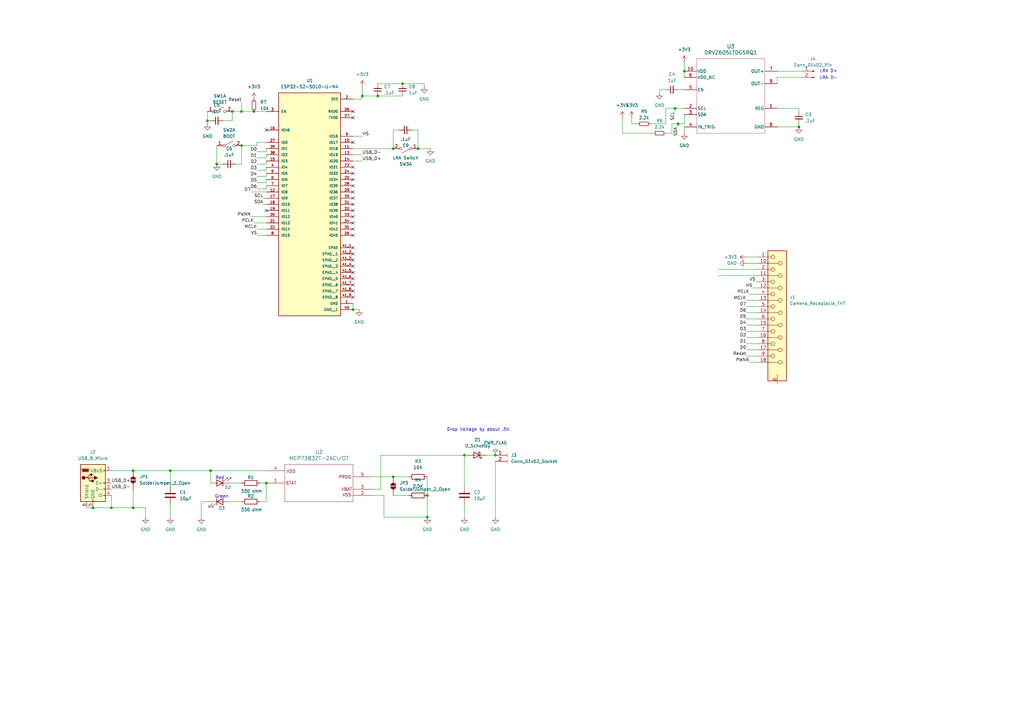
<source format=kicad_sch>
(kicad_sch (version 20231120) (generator "eeschema") (generator_version "8.0")
  (paper "A3")
  (lib_symbols
    (symbol "2025-03-16_03-04-28:DRV2605LTDGSRQ1" (pin_names (offset 0.254))
      (property "Reference" "U" (at 0 2.54 0))
      (property "Value" "DRV2605LTDGSRQ1" (at 0 0 0))
      (symbol "DRV2605LTDGSRQ1_0_1"
        (polyline (pts (xy -12.7 -15.24) (xy 15.24 -15.24)) (stroke (width 0.1016)))
        (polyline (pts (xy -12.7 15.24) (xy -12.7 -15.24)) (stroke (width 0.1016)))
        (polyline (pts (xy 15.24 -15.24) (xy 15.24 15.24)) (stroke (width 0.1016)))
        (polyline (pts (xy 15.24 15.24) (xy -12.7 15.24)) (stroke (width 0.1016)))
        (pin power_in line (at 20.32 -5.08 180) (length 5.08) (name "REG") (number "1"))
        (pin power_in line (at -17.78 10.16 0) (length 5.08) (name "VDD") (number "10"))
        (pin input line (at -17.78 -5.08 0) (length 5.08) (name "SCL") (number "2"))
        (pin bidirectional line (at -17.78 -7.62 0) (length 5.08) (name "SDA") (number "3"))
        (pin input line (at -17.78 -12.7 0) (length 5.08) (name "IN_TRIG") (number "4"))
        (pin input line (at -17.78 2.54 0) (length 5.08) (name "EN") (number "5"))
        (pin power_in line (at -17.78 7.62 0) (length 5.08) (name "VDD_NC") (number "6"))
        (pin output line (at 20.32 10.16 180) (length 5.08) (name "OUT+") (number "7"))
        (pin power_in line (at 20.32 -12.7 180) (length 5.08) (name "GND") (number "8"))
        (pin output line (at 20.32 5.08 180) (length 5.08) (name "OUT-") (number "9"))
      )
    )
    (symbol "AdafruitMC:MCP73832T-2ACI_OT" (pin_names (offset 0.254))
      (property "Reference" "U1" (at 21.59 10.16 0))
      (property "Value" "MCP73832T-2ACI/OT" (at 21.59 7.62 0))
      (symbol "MCP73832T-2ACI_OT_0_1"
        (polyline (pts (xy 7.62 -10.16) (xy 35.56 -10.16)) (stroke (width 0.127)))
        (polyline (pts (xy 7.62 5.08) (xy 7.62 -10.16)) (stroke (width 0.127)))
        (polyline (pts (xy 35.56 -10.16) (xy 35.56 5.08)) (stroke (width 0.127)))
        (polyline (pts (xy 35.56 5.08) (xy 7.62 5.08)) (stroke (width 0.127)))
        (pin unspecified line (at 0 -2.54 0) (length 7.62) (name "") (number "1"))
        (pin unspecified line (at 43.18 -7.62 180) (length 7.62) (name "") (number "2"))
        (pin unspecified line (at 43.18 -5.08 180) (length 7.62) (name "") (number "3"))
        (pin unspecified line (at 0 2.54 0) (length 7.62) (name "") (number "4"))
        (pin unspecified line (at 43.18 0 180) (length 7.62) (name "") (number "5"))
      )
      (symbol "MCP73832T-2ACI_OT_1_1"
        (text "PROG\n" (at 32.258 0 0) (effects (font (size 1.27 1.27))))
        (text "STAT\n" (at 10.16 -2.54 0) (effects (font (size 1.27 1.27))))
        (text "VBAT\n" (at 33.02 -5.08 0) (effects (font (size 1.27 1.27))))
        (text "VDD\n" (at 10.16 2.286 0) (effects (font (size 1.27 1.27))))
        (text "VSS\n" (at 33.02 -7.366 0) (effects (font (size 1.27 1.27))))
      )
    )
    (symbol "Connector:Conn_01x02_Pin" (pin_names (offset 1.016) hide)
      (property "Reference" "J" (at 0 2.54 0))
      (property "Value" "Conn_01x02_Pin" (at 0 -5.08 0))
      (symbol "Conn_01x02_Pin_1_1"
        (polyline (pts (xy 1.27 -2.54) (xy 0.8636 -2.54)) (stroke (width 0.1524)))
        (polyline (pts (xy 1.27 0) (xy 0.8636 0)) (stroke (width 0.1524)))
        (rectangle (start 0.8636 -2.413) (end 0 -2.667) (stroke (width 0.1524)) (fill (type outline)))
        (rectangle (start 0.8636 0.127) (end 0 -0.127) (stroke (width 0.1524)) (fill (type outline)))
        (pin passive line (at 5.08 0 180) (length 3.81) (name "Pin_1") (number "1"))
        (pin passive line (at 5.08 -2.54 180) (length 3.81) (name "Pin_2") (number "2"))
      )
    )
    (symbol "Connector:Conn_01x02_Socket" (pin_names (offset 1.016) hide)
      (property "Reference" "J" (at 0 2.54 0))
      (property "Value" "Conn_01x02_Socket" (at 0 -5.08 0))
      (symbol "Conn_01x02_Socket_1_1"
        (arc (start 0 -2.032) (mid -0.5058 -2.54) (end 0 -3.048) (stroke (width 0.1524)))
        (polyline (pts (xy -1.27 -2.54) (xy -0.508 -2.54)) (stroke (width 0.1524)))
        (polyline (pts (xy -1.27 0) (xy -0.508 0)) (stroke (width 0.1524)))
        (arc (start 0 0.508) (mid -0.5058 0) (end 0 -0.508) (stroke (width 0.1524)))
        (pin passive line (at -5.08 0 0) (length 3.81) (name "Pin_1") (number "1"))
        (pin passive line (at -5.08 -2.54 0) (length 3.81) (name "Pin_2") (number "2"))
      )
    )
    (symbol "Connector:DA15_Receptacle_MountingHoles" (pin_names (offset 1.016) hide)
      (property "Reference" "J2" (at 5.08 1.2701 0))
      (property "Value" "Camera_Receptacle_THT" (at 5.08 -1.2699 0))
      (symbol "DA15_Receptacle_MountingHoles_0_1"
        (circle (center -1.778 -22.86) (radius 0.762))
        (circle (center -1.778 -17.78) (radius 0.762))
        (circle (center -1.778 -12.7) (radius 0.762))
        (circle (center -1.778 -7.62) (radius 0.762))
        (circle (center -1.778 -2.54) (radius 0.762))
        (circle (center -1.778 2.54) (radius 0.762))
        (circle (center -1.778 7.62) (radius 0.762))
        (circle (center -1.778 12.7) (radius 0.762))
        (circle (center -1.778 17.78) (radius 0.762))
        (polyline (pts (xy -3.81 -25.4) (xy 0.508 -25.4)))
        (polyline (pts (xy -3.81 -22.86) (xy -2.54 -22.86)))
        (polyline (pts (xy -3.81 -20.32) (xy 0.508 -20.32)))
        (polyline (pts (xy -3.81 -17.78) (xy -2.54 -17.78)))
        (polyline (pts (xy -3.81 -15.24) (xy 0.508 -15.24)))
        (polyline (pts (xy -3.81 -12.7) (xy -2.54 -12.7)))
        (polyline (pts (xy -3.81 -10.16) (xy 0.508 -10.16)))
        (polyline (pts (xy -3.81 -7.62) (xy -2.54 -7.62)))
        (polyline (pts (xy -3.81 -5.08) (xy 0.508 -5.08)))
        (polyline (pts (xy -3.81 -2.54) (xy -2.54 -2.54)))
        (polyline (pts (xy -3.81 0) (xy 0.508 0)))
        (polyline (pts (xy -3.81 2.54) (xy -2.54 2.54)))
        (polyline (pts (xy -3.81 5.08) (xy 0.508 5.08)))
        (polyline (pts (xy -3.81 7.62) (xy -2.54 7.62)))
        (polyline (pts (xy -3.81 10.16) (xy 0.508 10.16)))
        (polyline (pts (xy -3.81 12.7) (xy -2.54 12.7)))
        (polyline (pts (xy -3.81 15.24) (xy 0.508 15.24)))
        (polyline (pts (xy -3.81 17.78) (xy -2.54 17.78)))
        (polyline (pts (xy -3.81 20.32) (xy 3.81 20.32) (xy 3.81 -33.02) (xy -3.81 -33.02) (xy -3.81 20.32)) (stroke (width 0.254)) (fill (type background)))
        (circle (center 1.27 -25.4) (radius 0.762))
        (circle (center 1.27 -20.32) (radius 0.762))
        (circle (center 1.27 -15.24) (radius 0.762))
        (circle (center 1.27 -10.16) (radius 0.762))
        (circle (center 1.27 -5.08) (radius 0.762))
        (circle (center 1.27 0) (radius 0.762))
        (circle (center 1.27 5.08) (radius 0.762))
        (circle (center 1.27 10.16) (radius 0.762))
        (circle (center 1.27 15.24) (radius 0.762))
      )
      (symbol "DA15_Receptacle_MountingHoles_1_1"
        (pin passive line (at 0 -34.29 90) (length 3.81) (name "PAD") (number "0"))
        (pin passive line (at -7.62 17.78 0) (length 3.81) (name "3V3") (number "1"))
        (pin passive line (at -7.62 15.24 0) (length 3.81) (name "GND") (number "10"))
        (pin passive line (at -7.62 10.16 0) (length 3.81) (name "SDA") (number "11"))
        (pin passive line (at -7.62 5.08 0) (length 3.81) (name "HS") (number "12"))
        (pin passive line (at -7.62 0 0) (length 3.81) (name "MCLK") (number "13"))
        (pin passive line (at -7.62 -5.08 0) (length 3.81) (name "D6") (number "14"))
        (pin passive line (at -7.62 -10.16 0) (length 3.81) (name "D4") (number "15"))
        (pin passive line (at -7.62 -15.24 0) (length 3.81) (name "D2") (number "16"))
        (pin passive line (at -7.62 -20.32 0) (length 3.81) (name "D0") (number "17"))
        (pin passive line (at -7.62 -25.4 0) (length 3.81) (name "PWNN") (number "18"))
        (pin passive line (at -7.62 12.7 0) (length 3.81) (name "SCL") (number "2"))
        (pin passive line (at -7.62 7.62 0) (length 3.81) (name "VS") (number "3"))
        (pin passive line (at -7.62 2.54 0) (length 3.81) (name "PCLK") (number "4"))
        (pin passive line (at -7.62 -2.54 0) (length 3.81) (name "D7") (number "5"))
        (pin passive line (at -7.62 -7.62 0) (length 3.81) (name "D5") (number "6"))
        (pin passive line (at -7.62 -12.7 0) (length 3.81) (name "D3") (number "7"))
        (pin passive line (at -7.62 -17.78 0) (length 3.81) (name "D1") (number "8"))
        (pin passive line (at -7.62 -22.86 0) (length 3.81) (name "RST") (number "9"))
      )
    )
    (symbol "Connector:USB_B_Micro" (pin_names (offset 1.016))
      (property "Reference" "J" (at -5.08 11.43 0))
      (property "Value" "USB_B_Micro" (at -5.08 8.89 0))
      (symbol "USB_B_Micro_0_1"
        (rectangle (start -5.08 -7.62) (end 5.08 7.62) (stroke (width 0.254)) (fill (type background)))
        (circle (center -3.81 2.159) (radius 0.635) (stroke (width 0.254)) (fill (type outline)))
        (circle (center -0.635 3.429) (radius 0.381) (stroke (width 0.254)) (fill (type outline)))
        (rectangle (start -0.127 -7.62) (end 0.127 -6.858))
        (polyline (pts (xy -1.905 2.159) (xy 0.635 2.159)) (stroke (width 0.254)))
        (polyline (pts (xy -3.175 2.159) (xy -2.54 2.159) (xy -1.27 3.429) (xy -0.635 3.429)) (stroke (width 0.254)))
        (polyline (pts (xy -2.54 2.159) (xy -1.905 2.159) (xy -1.27 0.889) (xy 0 0.889)) (stroke (width 0.254)))
        (polyline (pts (xy 0.635 2.794) (xy 0.635 1.524) (xy 1.905 2.159) (xy 0.635 2.794)) (stroke (width 0.254)) (fill (type outline)))
        (polyline (pts (xy -4.318 5.588) (xy -1.778 5.588) (xy -2.032 4.826) (xy -4.064 4.826) (xy -4.318 5.588)) (fill (type outline)))
        (polyline (pts (xy -4.699 5.842) (xy -4.699 5.588) (xy -4.445 4.826) (xy -4.445 4.572) (xy -1.651 4.572) (xy -1.651 4.826) (xy -1.397 5.588) (xy -1.397 5.842) (xy -4.699 5.842)))
        (rectangle (start 0.254 1.27) (end -0.508 0.508) (stroke (width 0.254)) (fill (type outline)))
        (rectangle (start 5.08 -5.207) (end 4.318 -4.953))
        (rectangle (start 5.08 -2.667) (end 4.318 -2.413))
        (rectangle (start 5.08 -0.127) (end 4.318 0.127))
        (rectangle (start 5.08 4.953) (end 4.318 5.207))
      )
      (symbol "USB_B_Micro_1_1"
        (pin power_out line (at 7.62 5.08 180) (length 2.54) (name "VBUS") (number "1"))
        (pin bidirectional line (at 7.62 -2.54 180) (length 2.54) (name "D-") (number "2"))
        (pin bidirectional line (at 7.62 0 180) (length 2.54) (name "D+") (number "3"))
        (pin passive line (at 7.62 -5.08 180) (length 2.54) (name "ID") (number "4"))
        (pin power_out line (at 0 -10.16 90) (length 2.54) (name "GND") (number "5"))
        (pin passive line (at -2.54 -10.16 90) (length 2.54) (name "Shield") (number "6"))
      )
    )
    (symbol "Device:C" (pin_numbers hide) (pin_names (offset 0.254))
      (property "Reference" "C" (at 0.635 2.54 0))
      (property "Value" "C" (at 0.635 -2.54 0))
      (symbol "C_0_1"
        (polyline (pts (xy -2.032 -0.762) (xy 2.032 -0.762)) (stroke (width 0.508)))
        (polyline (pts (xy -2.032 0.762) (xy 2.032 0.762)) (stroke (width 0.508)))
      )
      (symbol "C_1_1"
        (pin passive line (at 0 3.81 270) (length 2.794) (name "~") (number "1"))
        (pin passive line (at 0 -3.81 90) (length 2.794) (name "~") (number "2"))
      )
    )
    (symbol "Device:C_Small" (pin_numbers hide) (pin_names (offset 0.254) hide)
      (property "Reference" "C" (at 0.254 1.778 0))
      (property "Value" "C_Small" (at 0.254 -2.032 0))
      (symbol "C_Small_0_1"
        (polyline (pts (xy -1.524 -0.508) (xy 1.524 -0.508)) (stroke (width 0.3302)))
        (polyline (pts (xy -1.524 0.508) (xy 1.524 0.508)) (stroke (width 0.3048)))
      )
      (symbol "C_Small_1_1"
        (pin passive line (at 0 2.54 270) (length 2.032) (name "~") (number "1"))
        (pin passive line (at 0 -2.54 90) (length 2.032) (name "~") (number "2"))
      )
    )
    (symbol "Device:D_Schottky" (pin_numbers hide) (pin_names (offset 1.016) hide)
      (property "Reference" "D" (at 0 2.54 0))
      (property "Value" "D_Schottky" (at 0 -2.54 0))
      (symbol "D_Schottky_0_1"
        (polyline (pts (xy 1.27 0) (xy -1.27 0)))
        (polyline (pts (xy 1.27 1.27) (xy 1.27 -1.27) (xy -1.27 0) (xy 1.27 1.27)) (stroke (width 0.254)))
        (polyline (pts (xy -1.905 0.635) (xy -1.905 1.27) (xy -1.27 1.27) (xy -1.27 -1.27) (xy -0.635 -1.27) (xy -0.635 -0.635)) (stroke (width 0.254)))
      )
      (symbol "D_Schottky_1_1"
        (pin passive line (at -3.81 0 0) (length 2.54) (name "K") (number "1"))
        (pin passive line (at 3.81 0 180) (length 2.54) (name "A") (number "2"))
      )
    )
    (symbol "Device:LED" (pin_numbers hide) (pin_names (offset 1.016) hide)
      (property "Reference" "D" (at 0 2.54 0))
      (property "Value" "LED" (at 0 -2.54 0))
      (symbol "LED_0_1"
        (polyline (pts (xy -1.27 -1.27) (xy -1.27 1.27)) (stroke (width 0.254)))
        (polyline (pts (xy -1.27 0) (xy 1.27 0)))
        (polyline (pts (xy 1.27 -1.27) (xy 1.27 1.27) (xy -1.27 0) (xy 1.27 -1.27)) (stroke (width 0.254)))
        (polyline (pts (xy -3.048 -0.762) (xy -4.572 -2.286) (xy -3.81 -2.286) (xy -4.572 -2.286) (xy -4.572 -1.524)))
        (polyline (pts (xy -1.778 -0.762) (xy -3.302 -2.286) (xy -2.54 -2.286) (xy -3.302 -2.286) (xy -3.302 -1.524)))
      )
      (symbol "LED_1_1"
        (pin passive line (at -3.81 0 0) (length 2.54) (name "K") (number "1"))
        (pin passive line (at 3.81 0 180) (length 2.54) (name "A") (number "2"))
      )
    )
    (symbol "Device:R" (pin_numbers hide) (pin_names (offset 0))
      (property "Reference" "R" (at 2.032 0 90))
      (property "Value" "R" (at 0 0 90))
      (symbol "R_0_1"
        (rectangle (start -1.016 -2.54) (end 1.016 2.54) (stroke (width 0.254)))
      )
      (symbol "R_1_1"
        (pin passive line (at 0 3.81 270) (length 1.27) (name "~") (number "1"))
        (pin passive line (at 0 -3.81 90) (length 1.27) (name "~") (number "2"))
      )
    )
    (symbol "Device:R_Small" (pin_numbers hide) (pin_names (offset 0.254) hide)
      (property "Reference" "R" (at 0.762 0.508 0))
      (property "Value" "R_Small" (at 0.762 -1.016 0))
      (symbol "R_Small_0_1"
        (rectangle (start -0.762 1.778) (end 0.762 -1.778) (stroke (width 0.2032)))
      )
      (symbol "R_Small_1_1"
        (pin passive line (at 0 2.54 270) (length 0.762) (name "~") (number "1"))
        (pin passive line (at 0 -2.54 90) (length 0.762) (name "~") (number "2"))
      )
    )
    (symbol "FootprintnSymbol:ESP32-S2-SOLO-U-N4" (pin_names (offset 1.016))
      (property "Reference" "U" (at -12.7 33.782 0))
      (property "Value" "ESP32-S2-SOLO-U-N4" (at -12.7 -60.96 0))
      (symbol "ESP32-S2-SOLO-U-N4_0_0"
        (rectangle (start -12.7 -58.42) (end 12.7 33.02) (stroke (width 0.254)) (fill (type background)))
        (pin power_in line (at 17.78 -53.34 180) (length 5.08) (name "GND") (number "1"))
        (pin bidirectional line (at 17.78 12.7 180) (length 5.08) (name "IO17") (number "10"))
        (pin bidirectional line (at 17.78 10.16 180) (length 5.08) (name "IO18") (number "11"))
        (pin bidirectional line (at -17.78 -7.62 0) (length 5.08) (name "IO8") (number "12"))
        (pin bidirectional line (at 17.78 7.62 180) (length 5.08) (name "IO19") (number "13"))
        (pin bidirectional line (at 17.78 5.08 180) (length 5.08) (name "IO20") (number "14"))
        (pin bidirectional line (at -17.78 5.08 0) (length 5.08) (name "IO3") (number "15"))
        (pin input line (at -17.78 17.78 0) (length 5.08) (name "IO46") (number "16"))
        (pin bidirectional line (at -17.78 -10.16 0) (length 5.08) (name "IO9") (number "17"))
        (pin bidirectional line (at -17.78 -12.7 0) (length 5.08) (name "IO10") (number "18"))
        (pin bidirectional line (at -17.78 -15.24 0) (length 5.08) (name "IO11") (number "19"))
        (pin power_in line (at 17.78 30.48 180) (length 5.08) (name "3V3") (number "2"))
        (pin bidirectional line (at -17.78 -17.78 0) (length 5.08) (name "IO12") (number "20"))
        (pin bidirectional line (at -17.78 -20.32 0) (length 5.08) (name "IO13") (number "21"))
        (pin bidirectional line (at -17.78 -22.86 0) (length 5.08) (name "IO14") (number "22"))
        (pin bidirectional line (at 17.78 2.54 180) (length 5.08) (name "IO21") (number "23"))
        (pin bidirectional line (at 17.78 0 180) (length 5.08) (name "IO33") (number "24"))
        (pin bidirectional line (at 17.78 -2.54 180) (length 5.08) (name "IO34") (number "25"))
        (pin bidirectional line (at 17.78 -25.4 180) (length 5.08) (name "IO45") (number "26"))
        (pin bidirectional line (at -17.78 12.7 0) (length 5.08) (name "IO0") (number "27"))
        (pin bidirectional line (at 17.78 -5.08 180) (length 5.08) (name "IO35") (number "28"))
        (pin bidirectional line (at 17.78 -7.62 180) (length 5.08) (name "IO36") (number "29"))
        (pin input line (at -17.78 25.4 0) (length 5.08) (name "EN") (number "3"))
        (pin bidirectional line (at 17.78 -10.16 180) (length 5.08) (name "IO37") (number "30"))
        (pin bidirectional line (at 17.78 -12.7 180) (length 5.08) (name "IO38") (number "31"))
        (pin bidirectional line (at 17.78 -15.24 180) (length 5.08) (name "IO39") (number "32"))
        (pin bidirectional line (at 17.78 -17.78 180) (length 5.08) (name "IO40") (number "33"))
        (pin bidirectional line (at 17.78 -20.32 180) (length 5.08) (name "IO41") (number "34"))
        (pin bidirectional line (at 17.78 -22.86 180) (length 5.08) (name "IO42") (number "35"))
        (pin bidirectional line (at 17.78 25.4 180) (length 5.08) (name "RXD0") (number "36"))
        (pin bidirectional line (at 17.78 22.86 180) (length 5.08) (name "TXD0") (number "37"))
        (pin bidirectional line (at -17.78 7.62 0) (length 5.08) (name "IO2") (number "38"))
        (pin bidirectional line (at -17.78 10.16 0) (length 5.08) (name "IO1") (number "39"))
        (pin bidirectional line (at -17.78 2.54 0) (length 5.08) (name "IO4") (number "4"))
        (pin power_in line (at 17.78 -55.88 180) (length 5.08) (name "GND__1") (number "40"))
        (pin power_in line (at 17.78 -30.48 180) (length 5.08) (name "EPAD") (number "41_1"))
        (pin power_in line (at 17.78 -33.02 180) (length 5.08) (name "EPAD__1") (number "41_2"))
        (pin power_in line (at 17.78 -35.56 180) (length 5.08) (name "EPAD__2") (number "41_3"))
        (pin power_in line (at 17.78 -38.1 180) (length 5.08) (name "EPAD__3") (number "41_4"))
        (pin power_in line (at 17.78 -40.64 180) (length 5.08) (name "EPAD__4") (number "41_5"))
        (pin power_in line (at 17.78 -43.18 180) (length 5.08) (name "EPAD__5") (number "41_6"))
        (pin power_in line (at 17.78 -45.72 180) (length 5.08) (name "EPAD__6") (number "41_7"))
        (pin power_in line (at 17.78 -48.26 180) (length 5.08) (name "EPAD__7") (number "41_8"))
        (pin power_in line (at 17.78 -50.8 180) (length 5.08) (name "EPAD__8") (number "41_9"))
        (pin bidirectional line (at -17.78 0 0) (length 5.08) (name "IO5") (number "5"))
        (pin bidirectional line (at -17.78 -2.54 0) (length 5.08) (name "IO6") (number "6"))
        (pin bidirectional line (at -17.78 -5.08 0) (length 5.08) (name "IO7") (number "7"))
        (pin bidirectional line (at -17.78 -25.4 0) (length 5.08) (name "IO15") (number "8"))
        (pin bidirectional line (at 17.78 15.24 180) (length 5.08) (name "IO16") (number "9"))
      )
    )
    (symbol "Jumper:SolderJumper_2_Open" (pin_numbers hide) (pin_names (offset 0) hide) (exclude_from_sim yes) (in_bom no)
      (property "Reference" "JP" (at 0 2.032 0))
      (property "Value" "SolderJumper_2_Open" (at 0 -2.54 0))
      (symbol "SolderJumper_2_Open_0_1"
        (arc (start -0.254 1.016) (mid -1.2656 0) (end -0.254 -1.016))
        (arc (start -0.254 1.016) (mid -1.2656 0) (end -0.254 -1.016) (fill (type outline)))
        (polyline (pts (xy -0.254 1.016) (xy -0.254 -1.016)))
        (polyline (pts (xy 0.254 1.016) (xy 0.254 -1.016)))
        (arc (start 0.254 -1.016) (mid 1.2656 0) (end 0.254 1.016))
        (arc (start 0.254 -1.016) (mid 1.2656 0) (end 0.254 1.016) (fill (type outline)))
      )
      (symbol "SolderJumper_2_Open_1_1"
        (pin passive line (at -3.81 0 0) (length 2.54) (name "A") (number "1"))
        (pin passive line (at 3.81 0 180) (length 2.54) (name "B") (number "2"))
      )
    )
    (symbol "Switch:SW_DPST_x2" (pin_names (offset 0) hide)
      (property "Reference" "SW" (at 0 3.175 0))
      (property "Value" "SW_DPST_x2" (at 0 -2.54 0))
      (symbol "SW_DPST_x2_0_0"
        (circle (center -2.032 0) (radius 0.508))
        (polyline (pts (xy -1.524 0.254) (xy 1.524 1.778)))
        (circle (center 2.032 0) (radius 0.508))
      )
      (symbol "SW_DPST_x2_1_1"
        (pin passive line (at -5.08 0 0) (length 2.54) (name "A") (number "1"))
        (pin passive line (at 5.08 0 180) (length 2.54) (name "B") (number "2"))
      )
      (symbol "SW_DPST_x2_2_1"
        (pin passive line (at -5.08 0 0) (length 2.54) (name "A") (number "3"))
        (pin passive line (at 5.08 0 180) (length 2.54) (name "B") (number "4"))
      )
    )
    (symbol "power:+3V3" (power) (pin_numbers hide) (pin_names (offset 0) hide)
      (property "Value" "+3V3" (at 0 3.556 0))
      (symbol "+3V3_0_1"
        (polyline (pts (xy -0.762 1.27) (xy 0 2.54)))
        (polyline (pts (xy 0 0) (xy 0 2.54)))
        (polyline (pts (xy 0 2.54) (xy 0.762 1.27)))
      )
      (symbol "+3V3_1_1"
        (pin power_in line (at 0 0 90) (length 0) (name "~") (number "1"))
      )
    )
    (symbol "power:GND" (power) (pin_numbers hide) (pin_names (offset 0) hide)
      (property "Value" "GND" (at 0 -3.81 0))
      (symbol "GND_0_1"
        (polyline (pts (xy 0 0) (xy 0 -1.27) (xy 1.27 -1.27) (xy 0 -2.54) (xy -1.27 -1.27) (xy 0 -1.27)))
      )
      (symbol "GND_1_1"
        (pin power_in line (at 0 0 270) (length 0) (name "~") (number "1"))
      )
    )
    (symbol "power:PWR_FLAG" (power) (pin_numbers hide) (pin_names (offset 0) hide)
      (property "Value" "PWR_FLAG" (at 0 3.81 0))
      (symbol "PWR_FLAG_0_0"
        (pin power_out line (at 0 0 90) (length 0) (name "~") (number "1"))
      )
      (symbol "PWR_FLAG_0_1"
        (polyline (pts (xy 0 0) (xy 0 1.27) (xy -1.016 1.905) (xy 0 2.54) (xy 1.016 1.905) (xy 0 1.27)))
      )
    )
  )
  (junction (at 54.61 193.04))
  (junction (at 175.26 212.09))
  (junction (at 327.66 52.07))
  (junction (at 190.5 186.69))
  (junction (at 161.29 60.96))
  (junction (at 165.1 34.29))
  (junction (at 276.86 44.45))
  (junction (at 104.14 45.72))
  (junction (at 99.06 59.69))
  (junction (at 85.09 49.53))
  (junction (at 95.25 45.72))
  (junction (at 109.22 198.12))
  (junction (at 54.61 208.28))
  (junction (at 45.72 208.28))
  (junction (at 38.1 208.28))
  (junction (at 99.06 45.72))
  (junction (at 69.85 193.04))
  (junction (at 175.26 203.2))
  (junction (at 161.29 195.58))
  (junction (at 203.2 186.69))
  (junction (at 86.36 193.04))
  (junction (at 148.59 39.37))
  (junction (at 144.78 127))
  (junction (at 171.45 60.96))
  (junction (at 154.94 39.37))
  (junction (at 88.9 67.31))
  (junction (at 280.67 29.21))
  (junction (at 278.13 50.8))
  (no_connect (at 144.78 86.36))
  (no_connect (at 144.78 91.44))
  (no_connect (at 144.78 109.22))
  (no_connect (at 144.78 101.6))
  (no_connect (at 144.78 71.12))
  (no_connect (at 144.78 104.14))
  (no_connect (at 144.78 73.66))
  (no_connect (at 144.78 88.9))
  (no_connect (at 109.22 53.34))
  (no_connect (at 144.78 58.42))
  (no_connect (at 144.78 116.84))
  (no_connect (at 144.78 121.92))
  (no_connect (at 144.78 48.26))
  (no_connect (at 144.78 96.52))
  (no_connect (at 144.78 45.72))
  (no_connect (at 144.78 114.3))
  (no_connect (at 144.78 111.76))
  (no_connect (at 144.78 106.68))
  (no_connect (at 144.78 78.74))
  (no_connect (at 144.78 83.82))
  (no_connect (at 144.78 93.98))
  (no_connect (at 144.78 119.38))
  (no_connect (at 144.78 81.28))
  (no_connect (at 109.22 86.36))
  (no_connect (at 144.78 68.58))
  (no_connect (at 144.78 76.2))
  (wire (pts (xy 82.55 205.74) (xy 82.55 212.09)))
  (wire (pts (xy 309.88 115.57) (xy 311.15 115.57)))
  (wire (pts (xy 86.36 193.04) (xy 86.36 198.12)))
  (wire (pts (xy 161.29 53.34) (xy 163.83 53.34)))
  (wire (pts (xy 54.61 200.66) (xy 54.61 208.28)))
  (wire (pts (xy 144.78 66.04) (xy 148.59 66.04)))
  (wire (pts (xy 105.41 69.85) (xy 109.22 69.85)))
  (wire (pts (xy 38.1 208.28) (xy 45.72 208.28)))
  (wire (pts (xy 152.4 200.66) (xy 156.21 200.66)))
  (wire (pts (xy 102.87 88.9) (xy 109.22 88.9)))
  (wire (pts (xy 95.25 45.72) (xy 95.25 49.53)))
  (wire (pts (xy 109.22 69.85) (xy 109.22 68.58)))
  (wire (pts (xy 35.56 208.28) (xy 38.1 208.28)))
  (wire (pts (xy 156.21 200.66) (xy 156.21 186.69)))
  (wire (pts (xy 270.51 36.83) (xy 270.51 38.1)))
  (wire (pts (xy 161.29 195.58) (xy 167.64 195.58)))
  (wire (pts (xy 106.68 198.12) (xy 109.22 198.12)))
  (wire (pts (xy 69.85 207.01) (xy 69.85 212.09)))
  (wire (pts (xy 327.66 50.8) (xy 327.66 52.07)))
  (wire (pts (xy 69.85 193.04) (xy 69.85 199.39)))
  (wire (pts (xy 161.29 203.2) (xy 167.64 203.2)))
  (wire (pts (xy 273.05 50.8) (xy 266.7 50.8)))
  (wire (pts (xy 203.2 189.23) (xy 203.2 212.09)))
  (wire (pts (xy 105.41 67.31) (xy 109.22 67.31)))
  (wire (pts (xy 280.67 50.8) (xy 280.67 46.99)))
  (wire (pts (xy 306.07 133.35) (xy 311.15 133.35)))
  (wire (pts (xy 109.22 77.47) (xy 109.22 76.2)))
  (wire (pts (xy 280.67 25.4) (xy 280.67 29.21)))
  (wire (pts (xy 294.64 110.49) (xy 311.15 110.49)))
  (wire (pts (xy 93.98 205.74) (xy 99.06 205.74)))
  (wire (pts (xy 273.05 54.61) (xy 275.59 54.61)))
  (wire (pts (xy 156.21 186.69) (xy 190.5 186.69)))
  (wire (pts (xy 144.78 127) (xy 147.32 127)))
  (wire (pts (xy 105.41 62.23) (xy 109.22 62.23)))
  (wire (pts (xy 88.9 59.69) (xy 88.9 67.31)))
  (wire (pts (xy 144.78 63.5) (xy 148.59 63.5)))
  (wire (pts (xy 45.72 193.04) (xy 54.61 193.04)))
  (wire (pts (xy 86.36 205.74) (xy 82.55 205.74)))
  (wire (pts (xy 307.34 120.65) (xy 311.15 120.65)))
  (wire (pts (xy 54.61 208.28) (xy 59.69 208.28)))
  (wire (pts (xy 45.72 203.2) (xy 45.72 208.28)))
  (wire (pts (xy 85.09 49.53) (xy 86.36 49.53)))
  (wire (pts (xy 307.34 148.59) (xy 311.15 148.59)))
  (wire (pts (xy 152.4 203.2) (xy 157.48 203.2)))
  (wire (pts (xy 154.94 39.37) (xy 165.1 39.37)))
  (wire (pts (xy 106.68 205.74) (xy 109.22 205.74)))
  (wire (pts (xy 318.77 29.21) (xy 328.93 29.21)))
  (wire (pts (xy 306.07 123.19) (xy 311.15 123.19)))
  (wire (pts (xy 99.06 45.72) (xy 104.14 45.72)))
  (wire (pts (xy 308.61 118.11) (xy 311.15 118.11)))
  (wire (pts (xy 175.26 212.09) (xy 175.26 203.2)))
  (wire (pts (xy 255.27 48.26) (xy 255.27 54.61)))
  (wire (pts (xy 99.06 59.69) (xy 105.41 59.69)))
  (wire (pts (xy 306.07 105.41) (xy 311.15 105.41)))
  (wire (pts (xy 144.78 124.46) (xy 144.78 127)))
  (wire (pts (xy 306.07 128.27) (xy 311.15 128.27)))
  (wire (pts (xy 191.77 186.69) (xy 190.5 186.69)))
  (wire (pts (xy 306.07 138.43) (xy 311.15 138.43)))
  (wire (pts (xy 91.44 49.53) (xy 95.25 49.53)))
  (wire (pts (xy 306.07 130.81) (xy 311.15 130.81)))
  (wire (pts (xy 276.86 45.72) (xy 276.86 44.45)))
  (wire (pts (xy 318.77 52.07) (xy 327.66 52.07)))
  (wire (pts (xy 273.05 36.83) (xy 270.51 36.83)))
  (wire (pts (xy 261.62 50.8) (xy 259.08 50.8)))
  (wire (pts (xy 152.4 195.58) (xy 161.29 195.58)))
  (wire (pts (xy 102.87 78.74) (xy 109.22 78.74)))
  (wire (pts (xy 144.78 60.96) (xy 161.29 60.96)))
  (wire (pts (xy 318.77 34.29) (xy 318.77 31.75)))
  (wire (pts (xy 171.45 60.96) (xy 171.45 53.34)))
  (wire (pts (xy 45.72 208.28) (xy 54.61 208.28)))
  (wire (pts (xy 105.41 59.69) (xy 105.41 58.42)))
  (wire (pts (xy 85.09 49.53) (xy 85.09 50.8)))
  (wire (pts (xy 109.22 64.77) (xy 109.22 63.5)))
  (wire (pts (xy 157.48 203.2) (xy 157.48 212.09)))
  (wire (pts (xy 105.41 77.47) (xy 109.22 77.47)))
  (wire (pts (xy 93.98 198.12) (xy 99.06 198.12)))
  (wire (pts (xy 148.59 39.37) (xy 154.94 39.37)))
  (wire (pts (xy 105.41 93.98) (xy 109.22 93.98)))
  (wire (pts (xy 161.29 60.96) (xy 161.29 53.34)))
  (wire (pts (xy 144.78 55.88) (xy 148.59 55.88)))
  (wire (pts (xy 306.07 140.97) (xy 311.15 140.97)))
  (wire (pts (xy 109.22 72.39) (xy 109.22 71.12)))
  (wire (pts (xy 306.07 125.73) (xy 311.15 125.73)))
  (wire (pts (xy 306.07 107.95) (xy 311.15 107.95)))
  (wire (pts (xy 175.26 195.58) (xy 175.26 203.2)))
  (wire (pts (xy 171.45 53.34) (xy 168.91 53.34)))
  (wire (pts (xy 85.09 45.72) (xy 85.09 49.53)))
  (wire (pts (xy 165.1 34.29) (xy 173.99 34.29)))
  (wire (pts (xy 104.14 91.44) (xy 109.22 91.44)))
  (wire (pts (xy 157.48 212.09) (xy 175.26 212.09)))
  (wire (pts (xy 105.41 72.39) (xy 109.22 72.39)))
  (wire (pts (xy 190.5 207.01) (xy 190.5 212.09)))
  (wire (pts (xy 318.77 31.75) (xy 328.93 31.75)))
  (wire (pts (xy 267.97 54.61) (xy 255.27 54.61)))
  (wire (pts (xy 59.69 208.28) (xy 59.69 212.09)))
  (wire (pts (xy 190.5 186.69) (xy 190.5 199.39)))
  (wire (pts (xy 54.61 193.04) (xy 69.85 193.04)))
  (wire (pts (xy 105.41 96.52) (xy 109.22 96.52)))
  (wire (pts (xy 273.05 44.45) (xy 276.86 44.45)))
  (wire (pts (xy 104.14 45.72) (xy 109.22 45.72)))
  (wire (pts (xy 105.41 74.93) (xy 109.22 74.93)))
  (wire (pts (xy 109.22 198.12) (xy 109.22 205.74)))
  (wire (pts (xy 107.95 81.28) (xy 109.22 81.28)))
  (wire (pts (xy 148.59 39.37) (xy 148.59 40.64)))
  (wire (pts (xy 154.94 34.29) (xy 165.1 34.29)))
  (wire (pts (xy 107.95 83.82) (xy 109.22 83.82)))
  (wire (pts (xy 109.22 62.23) (xy 109.22 60.96)))
  (wire (pts (xy 148.59 35.56) (xy 148.59 39.37)))
  (wire (pts (xy 280.67 52.07) (xy 280.67 54.61)))
  (wire (pts (xy 276.86 44.45) (xy 280.67 44.45)))
  (wire (pts (xy 306.07 143.51) (xy 311.15 143.51)))
  (wire (pts (xy 327.66 44.45) (xy 327.66 45.72)))
  (wire (pts (xy 278.13 36.83) (xy 280.67 36.83)))
  (wire (pts (xy 273.05 44.45) (xy 273.05 50.8)))
  (wire (pts (xy 109.22 67.31) (xy 109.22 66.04)))
  (wire (pts (xy 105.41 64.77) (xy 109.22 64.77)))
  (wire (pts (xy 99.06 59.69) (xy 99.06 67.31)))
  (wire (pts (xy 259.08 48.26) (xy 259.08 50.8)))
  (wire (pts (xy 280.67 29.21) (xy 280.67 31.75)))
  (wire (pts (xy 306.07 135.89) (xy 311.15 135.89)))
  (wire (pts (xy 176.53 60.96) (xy 171.45 60.96)))
  (wire (pts (xy 173.99 34.29) (xy 173.99 35.56)))
  (wire (pts (xy 318.77 44.45) (xy 327.66 44.45)))
  (wire (pts (xy 275.59 50.8) (xy 275.59 54.61)))
  (wire (pts (xy 95.25 45.72) (xy 99.06 45.72)))
  (wire (pts (xy 99.06 67.31) (xy 96.52 67.31)))
  (wire (pts (xy 199.39 186.69) (xy 203.2 186.69)))
  (wire (pts (xy 278.13 52.07) (xy 278.13 50.8)))
  (wire (pts (xy 306.07 146.05) (xy 311.15 146.05)))
  (wire (pts (xy 86.36 193.04) (xy 69.85 193.04)))
  (wire (pts (xy 99.06 41.91) (xy 99.06 45.72)))
  (wire (pts (xy 105.41 58.42) (xy 109.22 58.42)))
  (wire (pts (xy 88.9 67.31) (xy 91.44 67.31)))
  (wire (pts (xy 109.22 74.93) (xy 109.22 73.66)))
  (wire (pts (xy 280.67 50.8) (xy 278.13 50.8)))
  (wire (pts (xy 294.64 113.03) (xy 311.15 113.03)))
  (wire (pts (xy 109.22 193.04) (xy 86.36 193.04)))
  (wire (pts (xy 278.13 50.8) (xy 275.59 50.8)))
  (wire (pts (xy 148.59 40.64) (xy 144.78 40.64)))
  (text "LRA D-\n\n" (at 339.852 33.02 0) (effects (font (size 1.27 1.27))))
  (text "Green\n" (at 90.932 203.708 0) (effects (font (size 1.27 1.27))))
  (text "LRA D+" (at 339.852 29.21 0) (effects (font (size 1.27 1.27))))
  (text "Drop Voltage by about .5V\n" (at 196.088 176.276 0) (effects (font (size 1.27 1.27))))
  (text "Red" (at 90.17 196.088 0) (effects (font (size 1.27 1.27))))
  (label "D7" (at 102.87 78.74 180))
  (label "SDA" (at 278.13 52.07 270))
  (label "MCLK" (at 306.07 123.19 180))
  (label "D1" (at 306.07 140.97 180))
  (label "D3" (at 105.41 69.85 180))
  (label "Reset" (at 306.07 146.05 180))
  (label "D5" (at 306.07 130.81 180))
  (label "Reset" (at 99.06 41.91 180))
  (label "D7" (at 306.07 125.73 180))
  (label "D4" (at 306.07 133.35 180))
  (label "PWNN" (at 307.34 148.59 180))
  (label "VS" (at 105.41 96.52 180))
  (label "D6" (at 105.41 77.47 180))
  (label "USB_D+" (at 45.72 198.12 0))
  (label "D6" (at 306.07 128.27 180))
  (label "SCL" (at 107.95 81.28 180))
  (label "D4" (at 105.41 72.39 180))
  (label "MCLK" (at 105.41 93.98 180))
  (label "D0" (at 105.41 62.23 180))
  (label "D3" (at 306.07 135.89 180))
  (label "USB_D-" (at 148.59 63.5 0))
  (label "PWNN" (at 102.87 88.9 180))
  (label "D0" (at 306.07 143.51 180))
  (label "D2" (at 306.07 138.43 180))
  (label "USB_D+" (at 148.59 66.04 0))
  (label "SDA" (at 107.95 83.82 180))
  (label "VS" (at 309.88 115.57 180))
  (label "PCLK" (at 104.14 91.44 180))
  (label "USB_D-" (at 45.72 200.66 0))
  (label "D1" (at 105.41 64.77 180))
  (label "HS" (at 308.61 118.11 180))
  (label "PCLK" (at 307.34 120.65 180))
  (label "D2" (at 105.41 67.31 180))
  (label "D5" (at 105.41 74.93 180))
  (label "HS" (at 148.59 55.88 0))
  (label "SCL" (at 276.86 45.72 270))
  (symbol (lib_id "power:GND") (at 59.69 212.09 0) (unit 1)
    (property "Reference" "#PWR0101" (effects (hide yes)))
    (property "Value" "GND" (at 59.69 217.17 0))
    (property "Description" "Power symbol creates a global label with name \"GND\" , ground" (effects (hide yes)))
  )
  (symbol (lib_id "power:GND") (at 173.99 35.56 0) (unit 1)
    (property "Reference" "#PWR04" (effects (hide yes)))
    (property "Value" "GND" (at 173.99 40.64 0))
    (property "Description" "Power symbol creates a global label with name \"GND\" , ground" (effects (hide yes)))
  )
  (symbol (lib_id "Connector:Conn_01x02_Pin") (at 334.01 29.21 0) (mirror y) (unit 1)
    (property "Reference" "J4" (at 333.375 24.13 0))
    (property "Value" "Conn_01x02_Pin" (at 333.375 26.67 0))
    (property "Footprint" "ESP32_sym_footprint:CONN2_B2B-PH-K-S_JST" (effects (hide yes)))
    (property "Description" "Generic connector, single row, 01x02, script generated" (effects (hide yes)))
  )
  (symbol (lib_id "FootprintnSymbol:ESP32-S2-SOLO-U-N4") (at 127 71.12 0) (unit 1)
    (property "Reference" "U1" (at 127 33.02 0))
    (property "Value" "ESP32-S2-SOLO-U-N4" (at 127 35.56 0))
    (property "Footprint" "ESP32_sym_footprint:XCVR_ESP32-S2-SOLO-U-N4" (effects (hide yes)))
    (property "PARTREV" "1.4" (effects (hide yes)))
    (property "MANUFACTURER" "Espressif Systems" (effects (hide yes)))
    (property "SNAPEDA_PN" "ESP32-S2-SOLO-U-N4R2" (effects (hide yes)))
    (property "MAXIMUM_PACKAGE_HEIGHT" "3.35 mm" (effects (hide yes)))
    (property "STANDARD" "Manufacturer Recommendations" (effects (hide yes)))
  )
  (symbol (lib_id "power:+3V3") (at 104.14 40.64 0) (unit 1)
    (property "Reference" "#PWR01" (effects (hide yes)))
    (property "Value" "+3V3" (at 104.14 35.56 0))
    (property "Description" "Power symbol creates a global label with name \"+3V3\"" (effects (hide yes)))
  )
  (symbol (lib_id "power:GND") (at 147.32 127 0) (unit 1)
    (property "Reference" "#PWR05" (effects (hide yes)))
    (property "Value" "GND" (at 147.32 132.08 0))
    (property "Description" "Power symbol creates a global label with name \"GND\" , ground" (effects (hide yes)))
  )
  (symbol (lib_id "power:GND") (at 85.09 50.8 0) (unit 1)
    (property "Reference" "#PWR02" (effects (hide yes)))
    (property "Value" "GND" (at 85.09 55.88 0))
    (property "Description" "Power symbol creates a global label with name \"GND\" , ground" (effects (hide yes)))
  )
  (symbol (lib_id "Jumper:SolderJumper_2_Open") (at 161.29 199.39 90) (unit 1) (exclude_from_sim yes) (in_bom no)
    (property "Reference" "JP3" (at 163.83 198.1199 90) (effects (justify right)))
    (property "Value" "SolderJumper_2_Open" (at 163.83 200.6599 90) (effects (justify right)))
    (property "Footprint" "Jumper:SolderJumper-2_P1.3mm_Bridged2Bar_Pad1.0x1.5mm" (effects (hide yes)))
    (property "Description" "Solder Jumper, 2-pole, open" (effects (hide yes)))
  )
  (symbol (lib_id "Device:C_Small") (at 166.37 53.34 270) (unit 1)
    (property "Reference" "C9" (at 166.3637 59.69 90))
    (property "Value" ".1uF" (at 166.3637 57.15 90))
    (property "Footprint" "Capacitor_SMD:C_0603_1608Metric" (effects (hide yes)))
    (property "Description" "Unpolarized capacitor, small symbol" (effects (hide yes)))
  )
  (symbol (lib_id "power:GND") (at 176.53 60.96 0) (unit 1)
    (property "Reference" "#PWR08" (effects (hide yes)))
    (property "Value" "GND" (at 176.53 66.04 0))
    (property "Description" "Power symbol creates a global label with name \"GND\" , ground" (effects (hide yes)))
  )
  (symbol (lib_id "Device:R") (at 171.45 195.58 90) (unit 1)
    (property "Reference" "R3" (at 171.45 189.23 90))
    (property "Value" "10K" (at 171.45 191.77 90))
    (property "Footprint" "Resistor_SMD:R_0603_1608Metric_Pad0.98x0.95mm_HandSolder" (effects (hide yes)))
    (property "Description" "Resistor" (effects (hide yes)))
  )
  (symbol (lib_id "Switch:SW_DPST_x2") (at 166.37 60.96 180) (unit 1)
    (property "Reference" "SW3" (at 166.37 67.31 0))
    (property "Value" "LRA Switch" (at 166.37 64.77 0))
    (property "Footprint" "ESP32_sym_footprint:SW_TL59AF160Q_EWI" (effects (hide yes)))
    (property "Description" "Single Pole Single Throw (SPST) switch, separate symbol" (effects (hide yes)))
  )
  (symbol (lib_id "Connector:USB_B_Micro") (at 38.1 198.12 0) (unit 1)
    (property "Reference" "J2" (at 38.1 185.42 0))
    (property "Value" "USB_B_Micro" (at 38.1 187.96 0))
    (property "Footprint" "ESP32_sym_footprint:CONN_10118193-0001LF_AMP" (effects (hide yes)))
    (property "Description" "USB Micro Type B connector" (effects (hide yes)))
  )
  (symbol (lib_id "Device:D_Schottky") (at 195.58 186.69 180) (unit 1)
    (property "Reference" "D1" (at 195.8975 180.34 0))
    (property "Value" "D_Schottky" (at 195.8975 182.88 0))
    (property "Footprint" "ESP32_sym_footprint:DO-41_STM" (effects (hide yes)))
    (property "Description" "Schottky diode" (effects (hide yes)))
  )
  (symbol (lib_id "Connector:DA15_Receptacle_MountingHoles") (at 318.77 123.19 0) (unit 1)
    (property "Reference" "J1" (at 323.85 121.9199 0) (effects (justify left)))
    (property "Value" "Camera_Receptacle_THT" (at 323.85 124.4599 0) (effects (justify left)))
    (property "Description" "15-pin female receptacle socket D-SUB connector (low-density/2 columns), Mounting Hole" (effects (hide yes)))
  )
  (symbol (lib_id "AdafruitMC:MCP73832T-2ACI_OT") (at 109.22 195.58 0) (unit 1)
    (property "Reference" "U2" (at 130.81 185.42 0) (effects (font (size 1.524 1.524))))
    (property "Value" "MCP73832T-2ACI/OT" (at 130.81 187.96 0) (effects (font (size 1.524 1.524))))
    (property "Footprint" "ESP32_sym_footprint:SOT-23-5_MC_MCH" (effects (hide yes)))
    (property "Datasheet" "MCP73832T-2ACI/OT" (effects (hide yes)))
  )
  (symbol (lib_id "Device:C") (at 190.5 203.2 0) (unit 1)
    (property "Reference" "C2" (at 194.31 201.9299 0) (effects (justify left)))
    (property "Value" "10μF" (at 194.31 204.4699 0) (effects (justify left)))
    (property "Footprint" "Capacitor_SMD:C_0603_1608Metric_Pad1.08x0.95mm_HandSolder" (effects (hide yes)))
    (property "Description" "Unpolarized capacitor" (effects (hide yes)))
  )
  (symbol (lib_id "power:GND") (at 190.5 212.09 0) (unit 1)
    (property "Reference" "#PWR0111" (effects (hide yes)))
    (property "Value" "GND" (at 190.5 217.17 0))
    (property "Description" "Power symbol creates a global label with name \"GND\" , ground" (effects (hide yes)))
  )
  (symbol (lib_id "Device:LED") (at 90.17 198.12 180) (unit 1)
    (property "Reference" "D2" (at 93.472 199.898 0))
    (property "Value" "LED" (effects (hide yes)))
    (property "Footprint" "Diode_SMD:D_0603_1608Metric_Pad1.05x0.95mm_HandSolder" (effects (hide yes)))
    (property "Description" "Light emitting diode" (effects (hide yes)))
  )
  (symbol (lib_id "power:GND") (at 280.67 54.61 0) (unit 1)
    (property "Reference" "#PWR0108" (effects (hide yes)))
    (property "Value" "GND" (at 280.67 59.69 0))
    (property "Description" "Power symbol creates a global label with name \"GND\" , ground" (effects (hide yes)))
  )
  (symbol (lib_id "Device:C_Small") (at 93.98 67.31 90) (unit 1)
    (property "Reference" "C6" (at 93.9863 60.96 90))
    (property "Value" ".1uF" (at 93.9863 63.5 90))
    (property "Footprint" "Capacitor_SMD:C_0603_1608Metric" (effects (hide yes)))
    (property "Description" "Unpolarized capacitor, small symbol" (effects (hide yes)))
  )
  (symbol (lib_id "power:+3V3") (at 255.27 48.26 0) (unit 1)
    (property "Reference" "#PWR0106" (effects (hide yes)))
    (property "Value" "+3V3" (at 255.27 43.18 0))
    (property "Description" "Power symbol creates a global label with name \"+3V3\"" (effects (hide yes)))
  )
  (symbol (lib_id "Device:C_Small") (at 275.59 36.83 90) (unit 1)
    (property "Reference" "C4" (at 275.5963 30.48 90))
    (property "Value" "1uF" (at 275.5963 33.02 90))
    (property "Footprint" "Capacitor_SMD:C_0603_1608Metric" (effects (hide yes)))
    (property "Description" "Unpolarized capacitor, small symbol" (effects (hide yes)))
  )
  (symbol (lib_id "power:+3V3") (at 148.59 35.56 0) (unit 1)
    (property "Reference" "#PWR03" (effects (hide yes)))
    (property "Value" "+3V3" (at 148.59 30.48 0))
    (property "Description" "Power symbol creates a global label with name \"+3V3\"" (effects (hide yes)))
  )
  (symbol (lib_id "2025-03-16_03-04-28:DRV2605LTDGSRQ1") (at 298.45 39.37 0) (unit 1)
    (property "Reference" "U3" (at 299.72 19.05 0) (effects (font (size 1.524 1.524))))
    (property "Value" "DRV2605LTDGSRQ1" (at 299.72 21.59 0) (effects (font (size 1.524 1.524))))
    (property "Footprint" "ESP32_sym_footprint:DGS0010A_L" (effects (hide yes)))
    (property "Datasheet" "DRV2605LTDGSRQ1" (effects (hide yes)))
  )
  (symbol (lib_id "power:GND") (at 175.26 212.09 0) (unit 1)
    (property "Reference" "#PWR0110" (effects (hide yes)))
    (property "Value" "GND" (at 175.26 217.17 0))
    (property "Description" "Power symbol creates a global label with name \"GND\" , ground" (effects (hide yes)))
  )
  (symbol (lib_id "Jumper:SolderJumper_2_Open") (at 54.61 196.85 90) (unit 1) (exclude_from_sim yes) (in_bom no)
    (property "Reference" "JP1" (at 57.15 195.5799 90) (effects (justify right)))
    (property "Value" "SolderJumper_2_Open" (at 57.15 198.1199 90) (effects (justify right)))
    (property "Footprint" "Jumper:SolderJumper-2_P1.3mm_Bridged2Bar_Pad1.0x1.5mm" (effects (hide yes)))
    (property "Description" "Solder Jumper, 2-pole, open" (effects (hide yes)))
  )
  (symbol (lib_id "Device:R_Small") (at 270.51 54.61 90) (unit 1)
    (property "Reference" "R6" (at 270.51 49.53 90))
    (property "Value" "2.2k" (at 270.51 52.07 90))
    (property "Footprint" "Resistor_SMD:R_0805_2012Metric" (effects (hide yes)))
    (property "Description" "Resistor, small symbol" (effects (hide yes)))
  )
  (symbol (lib_id "Device:R") (at 171.45 203.2 270) (unit 1)
    (property "Reference" "R4" (at 171.45 196.85 90))
    (property "Value" "2.5K" (at 171.45 199.39 90))
    (property "Footprint" "Resistor_SMD:R_0603_1608Metric_Pad0.98x0.95mm_HandSolder" (effects (hide yes)))
    (property "Description" "Resistor" (effects (hide yes)))
  )
  (symbol (lib_id "Device:R") (at 102.87 205.74 90) (unit 1)
    (property "Reference" "R2" (at 102.87 203.454 90))
    (property "Value" "330 ohm" (at 103.124 209.042 90))
    (property "Footprint" "Resistor_SMD:R_0603_1608Metric_Pad0.98x0.95mm_HandSolder" (effects (hide yes)))
    (property "Description" "Resistor" (effects (hide yes)))
  )
  (symbol (lib_id "power:GND") (at 82.55 212.09 0) (unit 1)
    (property "Reference" "#PWR0102" (effects (hide yes)))
    (property "Value" "GND" (at 82.55 217.17 0))
    (property "Description" "Power symbol creates a global label with name \"GND\" , ground" (effects (hide yes)))
  )
  (symbol (lib_id "Switch:SW_DPST_x2") (at 90.17 45.72 0) (unit 1)
    (property "Reference" "SW1" (at 90.17 39.37 0))
    (property "Value" "RESET" (at 90.17 41.91 0))
    (property "Footprint" "ESP32_sym_footprint:SW_TL59AF160Q_EWI" (effects (hide yes)))
    (property "Description" "Single Pole Single Throw (SPST) switch, separate symbol" (effects (hide yes)))
  )
  (symbol (lib_id "power:GND") (at 69.85 212.09 0) (unit 1)
    (property "Reference" "#PWR0103" (effects (hide yes)))
    (property "Value" "GND" (at 69.85 217.17 0))
    (property "Description" "Power symbol creates a global label with name \"GND\" , ground" (effects (hide yes)))
  )
  (symbol (lib_id "Device:R_Small") (at 104.14 43.18 0) (unit 1)
    (property "Reference" "R7" (at 106.68 41.9099 0) (effects (justify left)))
    (property "Value" "10k" (at 106.68 44.4499 0) (effects (justify left)))
    (property "Footprint" "Resistor_SMD:R_0805_2012Metric" (effects (hide yes)))
    (property "Description" "Resistor, small symbol" (effects (hide yes)))
  )
  (symbol (lib_id "power:+3V3") (at 306.07 105.41 90) (unit 1)
    (property "Reference" "#PWR06" (effects (hide yes)))
    (property "Value" "+3V3" (at 302.26 105.4099 90) (effects (justify left)))
    (property "Description" "Power symbol creates a global label with name \"+3V3\"" (effects (hide yes)))
  )
  (symbol (lib_id "power:GND") (at 88.9 67.31 0) (unit 1)
    (property "Reference" "#PWR07" (effects (hide yes)))
    (property "Value" "GND" (at 88.9 72.39 0))
    (property "Description" "Power symbol creates a global label with name \"GND\" , ground" (effects (hide yes)))
  )
  (symbol (lib_id "Device:R_Small") (at 264.16 50.8 90) (unit 1)
    (property "Reference" "R5" (at 264.16 45.72 90))
    (property "Value" "2.2k" (at 264.16 48.26 90))
    (property "Footprint" "Resistor_SMD:R_0805_2012Metric" (effects (hide yes)))
    (property "Description" "Resistor, small symbol" (effects (hide yes)))
  )
  (symbol (lib_id "Device:C_Small") (at 165.1 36.83 180) (unit 1)
    (property "Reference" "C8" (at 167.64 35.5535 0) (effects (justify right)))
    (property "Value" "1uF" (at 167.64 38.0935 0) (effects (justify right)))
    (property "Footprint" "Capacitor_SMD:C_0603_1608Metric" (effects (hide yes)))
    (property "Description" "Unpolarized capacitor, small symbol" (effects (hide yes)))
  )
  (symbol (lib_id "Device:C_Small") (at 327.66 48.26 0) (unit 1)
    (property "Reference" "C3" (at 330.2 46.9962 0) (effects (justify left)))
    (property "Value" ".1uF" (at 330.2 49.5362 0) (effects (justify left)))
    (property "Footprint" "Capacitor_SMD:C_0603_1608Metric" (effects (hide yes)))
    (property "Description" "Unpolarized capacitor, small symbol" (effects (hide yes)))
  )
  (symbol (lib_id "power:GND") (at 306.07 107.95 270) (unit 1)
    (property "Reference" "#PWR09" (effects (hide yes)))
    (property "Value" "GND" (at 302.26 107.9499 90) (effects (justify right)))
    (property "Description" "Power symbol creates a global label with name \"GND\" , ground" (effects (hide yes)))
  )
  (symbol (lib_id "Device:C") (at 69.85 203.2 0) (unit 1)
    (property "Reference" "C1" (at 73.66 201.9299 0) (effects (justify left)))
    (property "Value" "10μF" (at 73.66 204.4699 0) (effects (justify left)))
    (property "Footprint" "Capacitor_SMD:C_0603_1608Metric_Pad1.08x0.95mm_HandSolder" (effects (hide yes)))
    (property "Description" "Unpolarized capacitor" (effects (hide yes)))
  )
  (symbol (lib_id "power:GND") (at 270.51 38.1 0) (unit 1)
    (property "Reference" "#PWR0107" (effects (hide yes)))
    (property "Value" "GND" (at 270.51 43.18 0))
    (property "Description" "Power symbol creates a global label with name \"GND\" , ground" (effects (hide yes)))
  )
  (symbol (lib_id "Device:LED") (at 90.17 205.74 0) (unit 1)
    (property "Reference" "D3" (at 90.932 208.28 0))
    (property "Value" "LED" (effects (hide yes)))
    (property "Footprint" "Diode_SMD:D_0603_1608Metric_Pad1.05x0.95mm_HandSolder" (effects (hide yes)))
    (property "Description" "Light emitting diode" (effects (hide yes)))
  )
  (symbol (lib_id "Device:C_Small") (at 88.9 49.53 90) (unit 1)
    (property "Reference" "C5" (at 88.9063 43.18 90))
    (property "Value" ".1uF" (at 88.9063 45.72 90))
    (property "Footprint" "Capacitor_SMD:C_0603_1608Metric" (effects (hide yes)))
    (property "Description" "Unpolarized capacitor, small symbol" (effects (hide yes)))
  )
  (symbol (lib_id "power:PWR_FLAG") (at 203.2 186.69 0) (unit 1)
    (property "Reference" "#FLG01" (effects (hide yes)))
    (property "Value" "PWR_FLAG" (at 203.2 181.61 0))
    (property "Description" "Special symbol for telling ERC where power comes from" (effects (hide yes)))
  )
  (symbol (lib_id "power:GND") (at 203.2 212.09 0) (unit 1)
    (property "Reference" "#PWR0112" (effects (hide yes)))
    (property "Value" "GND" (at 203.2 217.17 0))
    (property "Description" "Power symbol creates a global label with name \"GND\" , ground" (effects (hide yes)))
  )
  (symbol (lib_id "Switch:SW_DPST_x2") (at 93.98 59.69 0) (unit 1)
    (property "Reference" "SW2" (at 93.98 53.34 0))
    (property "Value" "BOOT" (at 93.98 55.88 0))
    (property "Footprint" "ESP32_sym_footprint:SW_TL59AF160Q_EWI" (effects (hide yes)))
    (property "Description" "Single Pole Single Throw (SPST) switch, separate symbol" (effects (hide yes)))
  )
  (symbol (lib_id "power:+3V3") (at 259.08 48.26 0) (unit 1)
    (property "Reference" "#PWR0105" (effects (hide yes)))
    (property "Value" "+3V3" (at 259.08 43.18 0))
    (property "Description" "Power symbol creates a global label with name \"+3V3\"" (effects (hide yes)))
  )
  (symbol (lib_id "Device:R") (at 102.87 198.12 90) (unit 1)
    (property "Reference" "R1" (at 102.87 195.834 90))
    (property "Value" "330 ohm" (at 103.124 201.422 90))
    (property "Footprint" "Resistor_SMD:R_0603_1608Metric_Pad0.98x0.95mm_HandSolder" (effects (hide yes)))
    (property "Description" "Resistor" (effects (hide yes)))
  )
  (symbol (lib_id "power:GND") (at 327.66 52.07 0) (unit 1)
    (property "Reference" "#PWR0109" (effects (hide yes)))
    (property "Value" "GND" (at 327.66 57.15 0))
    (property "Description" "Power symbol creates a global label with name \"GND\" , ground" (effects (hide yes)))
  )
  (symbol (lib_id "power:+3V3") (at 280.67 25.4 0) (unit 1)
    (property "Reference" "#PWR0104" (effects (hide yes)))
    (property "Value" "+3V3" (at 280.67 20.32 0))
    (property "Description" "Power symbol creates a global label with name \"+3V3\"" (effects (hide yes)))
  )
  (symbol (lib_id "Device:C_Small") (at 154.94 36.83 180) (unit 1)
    (property "Reference" "C7" (at 157.48 35.5535 0) (effects (justify right)))
    (property "Value" ".1uF" (at 157.48 38.0935 0) (effects (justify right)))
    (property "Footprint" "Capacitor_SMD:C_0603_1608Metric" (effects (hide yes)))
    (property "Description" "Unpolarized capacitor, small symbol" (effects (hide yes)))
  )
  (symbol (lib_id "Connector:Conn_01x02_Socket") (at 208.28 186.69 0) (unit 1)
    (property "Reference" "J3" (at 209.55 186.6899 0) (effects (justify left)))
    (property "Value" "Conn_01x02_Socket" (at 209.55 189.2299 0) (effects (justify left)))
    (property "Footprint" "ESP32_sym_footprint:CONN2_B2B-PH-K-S_JST" (effects (hide yes)))
    (property "Description" "Generic connector, single row, 01x02, script generated" (effects (hide yes)))
  )
)
</source>
